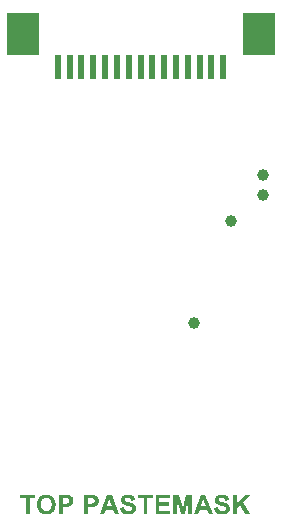
<source format=gtp>
G04*
G04 #@! TF.GenerationSoftware,Altium Limited,Altium Designer,22.5.1 (42)*
G04*
G04 Layer_Color=8421504*
%FSLAX25Y25*%
%MOIN*%
G70*
G04*
G04 #@! TF.SameCoordinates,343D76CA-8D90-4984-A01A-401E7FF7C9D5*
G04*
G04*
G04 #@! TF.FilePolarity,Positive*
G04*
G01*
G75*
%ADD12R,0.02402X0.07874*%
%ADD13R,0.10551X0.14173*%
%ADD14C,0.03937*%
G36*
X85687Y-68746D02*
X85789Y-68755D01*
X85909Y-68764D01*
X86030Y-68783D01*
X86168Y-68801D01*
X86464Y-68866D01*
X86612Y-68912D01*
X86760Y-68959D01*
X86908Y-69023D01*
X87047Y-69097D01*
X87177Y-69181D01*
X87297Y-69273D01*
X87306Y-69282D01*
X87325Y-69301D01*
X87352Y-69329D01*
X87389Y-69366D01*
X87436Y-69421D01*
X87491Y-69486D01*
X87547Y-69560D01*
X87611Y-69643D01*
X87667Y-69745D01*
X87722Y-69847D01*
X87778Y-69967D01*
X87824Y-70096D01*
X87870Y-70226D01*
X87907Y-70374D01*
X87935Y-70522D01*
X87944Y-70688D01*
X86649Y-70735D01*
Y-70725D01*
Y-70716D01*
X86631Y-70651D01*
X86612Y-70568D01*
X86575Y-70466D01*
X86529Y-70346D01*
X86464Y-70235D01*
X86381Y-70124D01*
X86289Y-70032D01*
X86279Y-70022D01*
X86242Y-69995D01*
X86178Y-69958D01*
X86085Y-69921D01*
X85974Y-69884D01*
X85835Y-69847D01*
X85669Y-69819D01*
X85475Y-69810D01*
X85382D01*
X85280Y-69819D01*
X85160Y-69837D01*
X85021Y-69865D01*
X84873Y-69911D01*
X84735Y-69967D01*
X84605Y-70050D01*
X84596Y-70059D01*
X84577Y-70078D01*
X84540Y-70106D01*
X84503Y-70152D01*
X84466Y-70207D01*
X84429Y-70281D01*
X84411Y-70355D01*
X84402Y-70448D01*
Y-70457D01*
Y-70485D01*
X84411Y-70531D01*
X84429Y-70577D01*
X84448Y-70642D01*
X84476Y-70707D01*
X84522Y-70772D01*
X84587Y-70836D01*
X84596Y-70846D01*
X84642Y-70873D01*
X84670Y-70892D01*
X84716Y-70910D01*
X84762Y-70938D01*
X84827Y-70966D01*
X84901Y-70994D01*
X84984Y-71031D01*
X85086Y-71068D01*
X85188Y-71105D01*
X85317Y-71142D01*
X85456Y-71179D01*
X85604Y-71216D01*
X85771Y-71262D01*
X85780D01*
X85817Y-71271D01*
X85863Y-71280D01*
X85928Y-71299D01*
X86002Y-71317D01*
X86094Y-71345D01*
X86196Y-71373D01*
X86298Y-71401D01*
X86520Y-71475D01*
X86751Y-71549D01*
X86973Y-71632D01*
X87066Y-71678D01*
X87158Y-71724D01*
X87167D01*
X87177Y-71734D01*
X87232Y-71771D01*
X87315Y-71826D01*
X87417Y-71900D01*
X87528Y-71993D01*
X87648Y-72104D01*
X87769Y-72233D01*
X87870Y-72381D01*
X87880Y-72400D01*
X87907Y-72455D01*
X87954Y-72538D01*
X88000Y-72659D01*
X88046Y-72807D01*
X88092Y-72982D01*
X88120Y-73177D01*
X88129Y-73399D01*
Y-73408D01*
Y-73426D01*
Y-73454D01*
Y-73491D01*
X88120Y-73537D01*
X88111Y-73602D01*
X88092Y-73732D01*
X88055Y-73898D01*
X88000Y-74074D01*
X87917Y-74250D01*
X87815Y-74435D01*
Y-74444D01*
X87796Y-74453D01*
X87759Y-74509D01*
X87685Y-74601D01*
X87593Y-74703D01*
X87473Y-74823D01*
X87315Y-74934D01*
X87149Y-75045D01*
X86945Y-75147D01*
X86936D01*
X86918Y-75156D01*
X86890Y-75165D01*
X86844Y-75184D01*
X86788Y-75202D01*
X86723Y-75221D01*
X86649Y-75239D01*
X86566Y-75258D01*
X86464Y-75286D01*
X86363Y-75304D01*
X86122Y-75341D01*
X85854Y-75369D01*
X85558Y-75378D01*
X85438D01*
X85354Y-75369D01*
X85253Y-75360D01*
X85142Y-75350D01*
X85012Y-75332D01*
X84873Y-75304D01*
X84568Y-75239D01*
X84411Y-75193D01*
X84263Y-75147D01*
X84106Y-75082D01*
X83958Y-75008D01*
X83819Y-74925D01*
X83689Y-74823D01*
X83680Y-74814D01*
X83662Y-74795D01*
X83625Y-74768D01*
X83588Y-74721D01*
X83532Y-74657D01*
X83477Y-74583D01*
X83412Y-74499D01*
X83347Y-74407D01*
X83282Y-74296D01*
X83218Y-74176D01*
X83153Y-74037D01*
X83088Y-73889D01*
X83042Y-73732D01*
X82986Y-73556D01*
X82949Y-73371D01*
X82922Y-73177D01*
X84180Y-73056D01*
Y-73066D01*
X84189Y-73084D01*
Y-73121D01*
X84198Y-73158D01*
X84235Y-73269D01*
X84281Y-73408D01*
X84337Y-73565D01*
X84420Y-73722D01*
X84513Y-73861D01*
X84633Y-73991D01*
X84651Y-74000D01*
X84698Y-74037D01*
X84772Y-74083D01*
X84883Y-74139D01*
X85021Y-74194D01*
X85179Y-74240D01*
X85364Y-74277D01*
X85576Y-74287D01*
X85678D01*
X85789Y-74268D01*
X85928Y-74250D01*
X86076Y-74222D01*
X86233Y-74176D01*
X86381Y-74111D01*
X86511Y-74028D01*
X86529Y-74018D01*
X86566Y-73981D01*
X86612Y-73926D01*
X86677Y-73852D01*
X86733Y-73759D01*
X86788Y-73648D01*
X86825Y-73537D01*
X86834Y-73408D01*
Y-73399D01*
Y-73371D01*
X86825Y-73325D01*
X86816Y-73269D01*
X86797Y-73214D01*
X86779Y-73149D01*
X86742Y-73084D01*
X86696Y-73019D01*
X86686Y-73010D01*
X86668Y-72992D01*
X86640Y-72964D01*
X86594Y-72927D01*
X86529Y-72881D01*
X86446Y-72834D01*
X86353Y-72788D01*
X86233Y-72742D01*
X86224D01*
X86187Y-72723D01*
X86122Y-72705D01*
X86076Y-72686D01*
X86020Y-72677D01*
X85956Y-72659D01*
X85882Y-72631D01*
X85798Y-72612D01*
X85706Y-72585D01*
X85595Y-72557D01*
X85475Y-72529D01*
X85345Y-72492D01*
X85197Y-72455D01*
X85188D01*
X85151Y-72446D01*
X85095Y-72427D01*
X85031Y-72409D01*
X84947Y-72381D01*
X84846Y-72353D01*
X84744Y-72316D01*
X84624Y-72279D01*
X84383Y-72187D01*
X84152Y-72076D01*
X84032Y-72020D01*
X83930Y-71956D01*
X83828Y-71891D01*
X83745Y-71826D01*
X83736Y-71817D01*
X83717Y-71798D01*
X83689Y-71771D01*
X83652Y-71734D01*
X83606Y-71678D01*
X83560Y-71613D01*
X83504Y-71549D01*
X83458Y-71465D01*
X83347Y-71271D01*
X83255Y-71049D01*
X83218Y-70929D01*
X83190Y-70809D01*
X83171Y-70670D01*
X83162Y-70531D01*
Y-70522D01*
Y-70513D01*
Y-70485D01*
Y-70448D01*
X83181Y-70355D01*
X83199Y-70235D01*
X83227Y-70096D01*
X83273Y-69939D01*
X83338Y-69773D01*
X83430Y-69615D01*
Y-69606D01*
X83440Y-69597D01*
X83486Y-69541D01*
X83541Y-69467D01*
X83634Y-69375D01*
X83745Y-69273D01*
X83884Y-69162D01*
X84041Y-69060D01*
X84226Y-68968D01*
X84235D01*
X84254Y-68959D01*
X84281Y-68949D01*
X84318Y-68931D01*
X84374Y-68912D01*
X84429Y-68894D01*
X84503Y-68875D01*
X84587Y-68848D01*
X84772Y-68811D01*
X84984Y-68774D01*
X85225Y-68746D01*
X85493Y-68737D01*
X85604D01*
X85687Y-68746D01*
D02*
G37*
G36*
X54376D02*
X54478Y-68755D01*
X54598Y-68764D01*
X54718Y-68783D01*
X54857Y-68801D01*
X55153Y-68866D01*
X55301Y-68912D01*
X55449Y-68959D01*
X55597Y-69023D01*
X55736Y-69097D01*
X55865Y-69181D01*
X55986Y-69273D01*
X55995Y-69282D01*
X56013Y-69301D01*
X56041Y-69329D01*
X56078Y-69366D01*
X56124Y-69421D01*
X56180Y-69486D01*
X56235Y-69560D01*
X56300Y-69643D01*
X56356Y-69745D01*
X56411Y-69847D01*
X56467Y-69967D01*
X56513Y-70096D01*
X56559Y-70226D01*
X56596Y-70374D01*
X56624Y-70522D01*
X56633Y-70688D01*
X55338Y-70735D01*
Y-70725D01*
Y-70716D01*
X55320Y-70651D01*
X55301Y-70568D01*
X55264Y-70466D01*
X55218Y-70346D01*
X55153Y-70235D01*
X55070Y-70124D01*
X54977Y-70032D01*
X54968Y-70022D01*
X54931Y-69995D01*
X54866Y-69958D01*
X54774Y-69921D01*
X54663Y-69884D01*
X54524Y-69847D01*
X54358Y-69819D01*
X54163Y-69810D01*
X54071D01*
X53969Y-69819D01*
X53849Y-69837D01*
X53710Y-69865D01*
X53562Y-69911D01*
X53423Y-69967D01*
X53294Y-70050D01*
X53285Y-70059D01*
X53266Y-70078D01*
X53229Y-70106D01*
X53192Y-70152D01*
X53155Y-70207D01*
X53118Y-70281D01*
X53100Y-70355D01*
X53090Y-70448D01*
Y-70457D01*
Y-70485D01*
X53100Y-70531D01*
X53118Y-70577D01*
X53137Y-70642D01*
X53164Y-70707D01*
X53211Y-70772D01*
X53275Y-70836D01*
X53285Y-70846D01*
X53331Y-70873D01*
X53359Y-70892D01*
X53405Y-70910D01*
X53451Y-70938D01*
X53516Y-70966D01*
X53590Y-70994D01*
X53673Y-71031D01*
X53775Y-71068D01*
X53877Y-71105D01*
X54006Y-71142D01*
X54145Y-71179D01*
X54293Y-71216D01*
X54459Y-71262D01*
X54469D01*
X54506Y-71271D01*
X54552Y-71280D01*
X54617Y-71299D01*
X54691Y-71317D01*
X54783Y-71345D01*
X54885Y-71373D01*
X54987Y-71401D01*
X55209Y-71475D01*
X55440Y-71549D01*
X55662Y-71632D01*
X55754Y-71678D01*
X55847Y-71724D01*
X55856D01*
X55865Y-71734D01*
X55921Y-71771D01*
X56004Y-71826D01*
X56106Y-71900D01*
X56217Y-71993D01*
X56337Y-72104D01*
X56457Y-72233D01*
X56559Y-72381D01*
X56568Y-72400D01*
X56596Y-72455D01*
X56642Y-72538D01*
X56689Y-72659D01*
X56735Y-72807D01*
X56781Y-72982D01*
X56809Y-73177D01*
X56818Y-73399D01*
Y-73408D01*
Y-73426D01*
Y-73454D01*
Y-73491D01*
X56809Y-73537D01*
X56800Y-73602D01*
X56781Y-73732D01*
X56744Y-73898D01*
X56689Y-74074D01*
X56605Y-74250D01*
X56504Y-74435D01*
Y-74444D01*
X56485Y-74453D01*
X56448Y-74509D01*
X56374Y-74601D01*
X56282Y-74703D01*
X56161Y-74823D01*
X56004Y-74934D01*
X55838Y-75045D01*
X55634Y-75147D01*
X55625D01*
X55606Y-75156D01*
X55579Y-75165D01*
X55532Y-75184D01*
X55477Y-75202D01*
X55412Y-75221D01*
X55338Y-75239D01*
X55255Y-75258D01*
X55153Y-75286D01*
X55051Y-75304D01*
X54811Y-75341D01*
X54543Y-75369D01*
X54247Y-75378D01*
X54126D01*
X54043Y-75369D01*
X53941Y-75360D01*
X53830Y-75350D01*
X53701Y-75332D01*
X53562Y-75304D01*
X53257Y-75239D01*
X53100Y-75193D01*
X52952Y-75147D01*
X52794Y-75082D01*
X52646Y-75008D01*
X52508Y-74925D01*
X52378Y-74823D01*
X52369Y-74814D01*
X52350Y-74795D01*
X52313Y-74768D01*
X52276Y-74721D01*
X52221Y-74657D01*
X52165Y-74583D01*
X52101Y-74499D01*
X52036Y-74407D01*
X51971Y-74296D01*
X51906Y-74176D01*
X51842Y-74037D01*
X51777Y-73889D01*
X51731Y-73732D01*
X51675Y-73556D01*
X51638Y-73371D01*
X51610Y-73177D01*
X52868Y-73056D01*
Y-73066D01*
X52878Y-73084D01*
Y-73121D01*
X52887Y-73158D01*
X52924Y-73269D01*
X52970Y-73408D01*
X53026Y-73565D01*
X53109Y-73722D01*
X53201Y-73861D01*
X53322Y-73991D01*
X53340Y-74000D01*
X53386Y-74037D01*
X53460Y-74083D01*
X53571Y-74139D01*
X53710Y-74194D01*
X53867Y-74240D01*
X54052Y-74277D01*
X54265Y-74287D01*
X54367D01*
X54478Y-74268D01*
X54617Y-74250D01*
X54765Y-74222D01*
X54922Y-74176D01*
X55070Y-74111D01*
X55199Y-74028D01*
X55218Y-74018D01*
X55255Y-73981D01*
X55301Y-73926D01*
X55366Y-73852D01*
X55421Y-73759D01*
X55477Y-73648D01*
X55514Y-73537D01*
X55523Y-73408D01*
Y-73399D01*
Y-73371D01*
X55514Y-73325D01*
X55505Y-73269D01*
X55486Y-73214D01*
X55468Y-73149D01*
X55431Y-73084D01*
X55384Y-73019D01*
X55375Y-73010D01*
X55357Y-72992D01*
X55329Y-72964D01*
X55283Y-72927D01*
X55218Y-72881D01*
X55135Y-72834D01*
X55042Y-72788D01*
X54922Y-72742D01*
X54913D01*
X54876Y-72723D01*
X54811Y-72705D01*
X54765Y-72686D01*
X54709Y-72677D01*
X54644Y-72659D01*
X54570Y-72631D01*
X54487Y-72612D01*
X54395Y-72585D01*
X54284Y-72557D01*
X54163Y-72529D01*
X54034Y-72492D01*
X53886Y-72455D01*
X53877D01*
X53840Y-72446D01*
X53784Y-72427D01*
X53719Y-72409D01*
X53636Y-72381D01*
X53534Y-72353D01*
X53433Y-72316D01*
X53312Y-72279D01*
X53072Y-72187D01*
X52841Y-72076D01*
X52720Y-72020D01*
X52619Y-71956D01*
X52517Y-71891D01*
X52434Y-71826D01*
X52424Y-71817D01*
X52406Y-71798D01*
X52378Y-71771D01*
X52341Y-71734D01*
X52295Y-71678D01*
X52249Y-71613D01*
X52193Y-71549D01*
X52147Y-71465D01*
X52036Y-71271D01*
X51943Y-71049D01*
X51906Y-70929D01*
X51879Y-70809D01*
X51860Y-70670D01*
X51851Y-70531D01*
Y-70522D01*
Y-70513D01*
Y-70485D01*
Y-70448D01*
X51869Y-70355D01*
X51888Y-70235D01*
X51916Y-70096D01*
X51962Y-69939D01*
X52027Y-69773D01*
X52119Y-69615D01*
Y-69606D01*
X52128Y-69597D01*
X52175Y-69541D01*
X52230Y-69467D01*
X52323Y-69375D01*
X52434Y-69273D01*
X52572Y-69162D01*
X52730Y-69060D01*
X52915Y-68968D01*
X52924D01*
X52942Y-68959D01*
X52970Y-68949D01*
X53007Y-68931D01*
X53063Y-68912D01*
X53118Y-68894D01*
X53192Y-68875D01*
X53275Y-68848D01*
X53460Y-68811D01*
X53673Y-68774D01*
X53914Y-68746D01*
X54182Y-68737D01*
X54293D01*
X54376Y-68746D01*
D02*
G37*
G36*
X92468Y-71354D02*
X95011Y-75258D01*
X93337D01*
X91570Y-72252D01*
X90525Y-73325D01*
Y-75258D01*
X89230D01*
Y-68857D01*
X90525D01*
Y-71706D01*
X93152Y-68857D01*
X94891D01*
X92468Y-71354D01*
D02*
G37*
G36*
X75494Y-75258D02*
X74301D01*
X74291Y-70226D01*
X73033Y-75258D01*
X71785D01*
X70527Y-70226D01*
Y-75258D01*
X69333D01*
Y-68857D01*
X71267D01*
X72414Y-73232D01*
X73551Y-68857D01*
X75494D01*
Y-75258D01*
D02*
G37*
G36*
X82570D02*
X81173D01*
X80618Y-73806D01*
X78047D01*
X77520Y-75258D01*
X76151D01*
X78630Y-68857D01*
X79999D01*
X82570Y-75258D01*
D02*
G37*
G36*
X68131Y-69939D02*
X64681D01*
Y-71354D01*
X67890D01*
Y-72437D01*
X64681D01*
Y-74176D01*
X68251D01*
Y-75258D01*
X63386D01*
Y-68857D01*
X68131D01*
Y-69939D01*
D02*
G37*
G36*
X62544D02*
X60657D01*
Y-75258D01*
X59362D01*
Y-69939D01*
X57466D01*
Y-68857D01*
X62544D01*
Y-69939D01*
D02*
G37*
G36*
X51259Y-75258D02*
X49862D01*
X49307Y-73806D01*
X46736Y-73806D01*
X46208Y-75258D01*
X44839D01*
X47318Y-68857D01*
X48687D01*
X51259Y-75258D01*
D02*
G37*
G36*
X41990Y-68866D02*
X42231D01*
X42490Y-68885D01*
X42749Y-68903D01*
X42860Y-68913D01*
X42971Y-68922D01*
X43063Y-68940D01*
X43137Y-68959D01*
X43147D01*
X43165Y-68968D01*
X43193Y-68977D01*
X43230Y-68986D01*
X43332Y-69033D01*
X43461Y-69088D01*
X43600Y-69172D01*
X43757Y-69282D01*
X43905Y-69421D01*
X44053Y-69588D01*
Y-69597D01*
X44072Y-69606D01*
X44090Y-69634D01*
X44109Y-69671D01*
X44146Y-69726D01*
X44173Y-69782D01*
X44210Y-69847D01*
X44247Y-69921D01*
X44312Y-70106D01*
X44377Y-70309D01*
X44414Y-70559D01*
X44432Y-70827D01*
Y-70837D01*
Y-70855D01*
Y-70883D01*
Y-70929D01*
X44423Y-70975D01*
Y-71040D01*
X44405Y-71169D01*
X44377Y-71327D01*
X44340Y-71502D01*
X44284Y-71669D01*
X44210Y-71826D01*
X44201Y-71845D01*
X44173Y-71891D01*
X44127Y-71965D01*
X44062Y-72057D01*
X43988Y-72150D01*
X43887Y-72261D01*
X43785Y-72363D01*
X43665Y-72455D01*
X43646Y-72464D01*
X43609Y-72492D01*
X43544Y-72529D01*
X43461Y-72575D01*
X43359Y-72631D01*
X43248Y-72677D01*
X43128Y-72724D01*
X42999Y-72760D01*
X42980D01*
X42952Y-72770D01*
X42915D01*
X42869Y-72779D01*
X42804Y-72788D01*
X42740Y-72798D01*
X42656D01*
X42573Y-72807D01*
X42471Y-72816D01*
X42360Y-72825D01*
X42240Y-72834D01*
X42111D01*
X41972Y-72844D01*
X40825D01*
Y-75258D01*
X39530D01*
Y-68857D01*
X41889D01*
X41990Y-68866D01*
D02*
G37*
G36*
X33536D02*
X33776D01*
X34035Y-68885D01*
X34294Y-68903D01*
X34405Y-68913D01*
X34516Y-68922D01*
X34609Y-68940D01*
X34683Y-68959D01*
X34692D01*
X34711Y-68968D01*
X34738Y-68977D01*
X34775Y-68986D01*
X34877Y-69033D01*
X35007Y-69088D01*
X35145Y-69172D01*
X35303Y-69282D01*
X35451Y-69421D01*
X35599Y-69588D01*
Y-69597D01*
X35617Y-69606D01*
X35636Y-69634D01*
X35654Y-69671D01*
X35691Y-69726D01*
X35719Y-69782D01*
X35756Y-69847D01*
X35793Y-69921D01*
X35858Y-70106D01*
X35922Y-70309D01*
X35959Y-70559D01*
X35978Y-70827D01*
Y-70837D01*
Y-70855D01*
Y-70883D01*
Y-70929D01*
X35969Y-70975D01*
Y-71040D01*
X35950Y-71169D01*
X35922Y-71327D01*
X35885Y-71502D01*
X35830Y-71669D01*
X35756Y-71826D01*
X35747Y-71845D01*
X35719Y-71891D01*
X35673Y-71965D01*
X35608Y-72057D01*
X35534Y-72150D01*
X35432Y-72261D01*
X35330Y-72363D01*
X35210Y-72455D01*
X35192Y-72464D01*
X35155Y-72492D01*
X35090Y-72529D01*
X35007Y-72575D01*
X34905Y-72631D01*
X34794Y-72677D01*
X34674Y-72724D01*
X34544Y-72760D01*
X34526D01*
X34498Y-72770D01*
X34461D01*
X34415Y-72779D01*
X34350Y-72788D01*
X34285Y-72798D01*
X34202D01*
X34119Y-72807D01*
X34017Y-72816D01*
X33906Y-72825D01*
X33786Y-72834D01*
X33656D01*
X33517Y-72844D01*
X32370D01*
Y-75258D01*
X31075D01*
Y-68857D01*
X33434D01*
X33536Y-68866D01*
D02*
G37*
G36*
X23278Y-69939D02*
X21391D01*
Y-75258D01*
X20096D01*
Y-69939D01*
X18199D01*
Y-68857D01*
X23278D01*
Y-69939D01*
D02*
G37*
G36*
X27079Y-68746D02*
X27172D01*
X27292Y-68764D01*
X27431Y-68783D01*
X27588Y-68811D01*
X27755Y-68848D01*
X27930Y-68894D01*
X28115Y-68950D01*
X28300Y-69024D01*
X28495Y-69107D01*
X28680Y-69209D01*
X28865Y-69329D01*
X29040Y-69467D01*
X29207Y-69625D01*
X29216Y-69634D01*
X29244Y-69662D01*
X29290Y-69717D01*
X29336Y-69782D01*
X29401Y-69875D01*
X29475Y-69986D01*
X29549Y-70115D01*
X29632Y-70263D01*
X29716Y-70420D01*
X29790Y-70605D01*
X29864Y-70809D01*
X29928Y-71021D01*
X29984Y-71262D01*
X30021Y-71512D01*
X30049Y-71780D01*
X30058Y-72067D01*
Y-72085D01*
Y-72131D01*
X30049Y-72215D01*
Y-72326D01*
X30030Y-72455D01*
X30012Y-72603D01*
X29984Y-72779D01*
X29956Y-72955D01*
X29910Y-73149D01*
X29854Y-73352D01*
X29780Y-73556D01*
X29697Y-73760D01*
X29605Y-73954D01*
X29484Y-74148D01*
X29355Y-74333D01*
X29207Y-74509D01*
X29198Y-74518D01*
X29170Y-74546D01*
X29124Y-74592D01*
X29050Y-74647D01*
X28966Y-74712D01*
X28865Y-74786D01*
X28744Y-74860D01*
X28615Y-74943D01*
X28458Y-75027D01*
X28291Y-75101D01*
X28106Y-75175D01*
X27903Y-75239D01*
X27690Y-75295D01*
X27459Y-75341D01*
X27218Y-75369D01*
X26959Y-75378D01*
X26894D01*
X26820Y-75369D01*
X26728Y-75360D01*
X26608Y-75350D01*
X26469Y-75332D01*
X26312Y-75304D01*
X26145Y-75267D01*
X25960Y-75221D01*
X25784Y-75165D01*
X25590Y-75091D01*
X25405Y-75008D01*
X25211Y-74916D01*
X25035Y-74796D01*
X24859Y-74666D01*
X24693Y-74509D01*
X24684Y-74499D01*
X24656Y-74472D01*
X24619Y-74416D01*
X24563Y-74351D01*
X24499Y-74259D01*
X24425Y-74148D01*
X24351Y-74028D01*
X24277Y-73880D01*
X24193Y-73722D01*
X24119Y-73537D01*
X24045Y-73343D01*
X23981Y-73130D01*
X23925Y-72899D01*
X23888Y-72650D01*
X23860Y-72381D01*
X23851Y-72104D01*
Y-72094D01*
Y-72057D01*
Y-72011D01*
X23860Y-71937D01*
Y-71854D01*
X23870Y-71762D01*
X23879Y-71650D01*
X23888Y-71530D01*
X23925Y-71271D01*
X23971Y-70994D01*
X24045Y-70716D01*
X24138Y-70457D01*
Y-70448D01*
X24147Y-70439D01*
X24166Y-70411D01*
X24175Y-70374D01*
X24230Y-70281D01*
X24295Y-70161D01*
X24378Y-70022D01*
X24480Y-69884D01*
X24600Y-69726D01*
X24730Y-69578D01*
X24739Y-69569D01*
X24748Y-69560D01*
X24795Y-69514D01*
X24878Y-69440D01*
X24980Y-69356D01*
X25100Y-69264D01*
X25239Y-69162D01*
X25396Y-69070D01*
X25562Y-68996D01*
X25572D01*
X25590Y-68986D01*
X25627Y-68968D01*
X25673Y-68959D01*
X25729Y-68931D01*
X25794Y-68913D01*
X25877Y-68894D01*
X25960Y-68866D01*
X26164Y-68820D01*
X26395Y-68774D01*
X26663Y-68746D01*
X26941Y-68737D01*
X27005D01*
X27079Y-68746D01*
D02*
G37*
%LPC*%
G36*
X79305Y-70346D02*
X78435Y-72723D01*
X80202D01*
X79305Y-70346D01*
D02*
G37*
G36*
X47994D02*
X47124Y-72723D01*
X48891D01*
X47994Y-70346D01*
D02*
G37*
G36*
X41787Y-69939D02*
X40825D01*
Y-71762D01*
X41713D01*
X41778Y-71752D01*
X41944D01*
X42111Y-71743D01*
X42277Y-71724D01*
X42425Y-71697D01*
X42490Y-71688D01*
X42545Y-71669D01*
X42555Y-71660D01*
X42592Y-71650D01*
X42638Y-71623D01*
X42693Y-71595D01*
X42758Y-71549D01*
X42823Y-71493D01*
X42897Y-71428D01*
X42952Y-71354D01*
X42962Y-71345D01*
X42980Y-71317D01*
X42999Y-71271D01*
X43026Y-71206D01*
X43054Y-71132D01*
X43082Y-71049D01*
X43091Y-70957D01*
X43100Y-70855D01*
Y-70837D01*
Y-70799D01*
X43091Y-70735D01*
X43073Y-70651D01*
X43045Y-70559D01*
X43008Y-70457D01*
X42962Y-70365D01*
X42888Y-70272D01*
X42878Y-70263D01*
X42851Y-70235D01*
X42804Y-70198D01*
X42749Y-70152D01*
X42675Y-70096D01*
X42582Y-70050D01*
X42481Y-70013D01*
X42370Y-69986D01*
X42360D01*
X42323Y-69976D01*
X42259Y-69967D01*
X42166Y-69958D01*
X42046D01*
X41963Y-69949D01*
X41879D01*
X41787Y-69939D01*
D02*
G37*
G36*
X33332D02*
X32370D01*
Y-71762D01*
X33258D01*
X33323Y-71752D01*
X33490D01*
X33656Y-71743D01*
X33823Y-71724D01*
X33971Y-71697D01*
X34035Y-71688D01*
X34091Y-71669D01*
X34100Y-71660D01*
X34137Y-71650D01*
X34183Y-71623D01*
X34239Y-71595D01*
X34304Y-71549D01*
X34368Y-71493D01*
X34442Y-71428D01*
X34498Y-71354D01*
X34507Y-71345D01*
X34526Y-71317D01*
X34544Y-71271D01*
X34572Y-71206D01*
X34600Y-71132D01*
X34627Y-71049D01*
X34637Y-70957D01*
X34646Y-70855D01*
Y-70837D01*
Y-70799D01*
X34637Y-70735D01*
X34618Y-70651D01*
X34590Y-70559D01*
X34553Y-70457D01*
X34507Y-70365D01*
X34433Y-70272D01*
X34424Y-70263D01*
X34396Y-70235D01*
X34350Y-70198D01*
X34294Y-70152D01*
X34220Y-70096D01*
X34128Y-70050D01*
X34026Y-70013D01*
X33915Y-69986D01*
X33906D01*
X33869Y-69976D01*
X33804Y-69967D01*
X33712Y-69958D01*
X33591D01*
X33508Y-69949D01*
X33425D01*
X33332Y-69939D01*
D02*
G37*
G36*
X26959Y-69837D02*
X26885D01*
X26830Y-69847D01*
X26756Y-69856D01*
X26682Y-69865D01*
X26497Y-69902D01*
X26293Y-69976D01*
X26182Y-70013D01*
X26071Y-70069D01*
X25969Y-70134D01*
X25858Y-70207D01*
X25757Y-70291D01*
X25664Y-70392D01*
X25655Y-70402D01*
X25646Y-70420D01*
X25618Y-70448D01*
X25590Y-70494D01*
X25553Y-70559D01*
X25516Y-70624D01*
X25470Y-70707D01*
X25424Y-70809D01*
X25377Y-70920D01*
X25331Y-71040D01*
X25294Y-71179D01*
X25257Y-71327D01*
X25229Y-71493D01*
X25202Y-71669D01*
X25192Y-71854D01*
X25183Y-72057D01*
Y-72067D01*
Y-72104D01*
Y-72159D01*
X25192Y-72233D01*
X25202Y-72326D01*
X25211Y-72437D01*
X25229Y-72548D01*
X25248Y-72677D01*
X25303Y-72945D01*
X25396Y-73214D01*
X25451Y-73352D01*
X25516Y-73482D01*
X25599Y-73602D01*
X25683Y-73713D01*
X25692Y-73722D01*
X25710Y-73741D01*
X25738Y-73769D01*
X25775Y-73796D01*
X25821Y-73843D01*
X25886Y-73889D01*
X25951Y-73944D01*
X26034Y-73991D01*
X26210Y-74102D01*
X26432Y-74185D01*
X26552Y-74222D01*
X26682Y-74250D01*
X26820Y-74268D01*
X26959Y-74277D01*
X27033D01*
X27089Y-74268D01*
X27153Y-74259D01*
X27227Y-74250D01*
X27403Y-74203D01*
X27607Y-74139D01*
X27708Y-74092D01*
X27819Y-74046D01*
X27921Y-73981D01*
X28032Y-73907D01*
X28134Y-73824D01*
X28226Y-73722D01*
X28236Y-73713D01*
X28245Y-73695D01*
X28273Y-73667D01*
X28300Y-73621D01*
X28347Y-73556D01*
X28384Y-73482D01*
X28430Y-73399D01*
X28476Y-73297D01*
X28522Y-73186D01*
X28569Y-73066D01*
X28615Y-72927D01*
X28652Y-72770D01*
X28680Y-72613D01*
X28707Y-72437D01*
X28717Y-72242D01*
X28726Y-72039D01*
Y-72030D01*
Y-71993D01*
Y-71937D01*
X28717Y-71854D01*
X28707Y-71762D01*
X28698Y-71660D01*
X28689Y-71539D01*
X28661Y-71419D01*
X28606Y-71151D01*
X28522Y-70873D01*
X28467Y-70735D01*
X28402Y-70614D01*
X28319Y-70494D01*
X28236Y-70383D01*
X28226Y-70374D01*
X28217Y-70355D01*
X28189Y-70337D01*
X28152Y-70300D01*
X28097Y-70254D01*
X28041Y-70207D01*
X27977Y-70161D01*
X27893Y-70106D01*
X27810Y-70060D01*
X27708Y-70013D01*
X27496Y-69921D01*
X27375Y-69884D01*
X27246Y-69865D01*
X27107Y-69847D01*
X26959Y-69837D01*
D02*
G37*
%LPD*%
D12*
X30796Y73802D02*
D03*
X34733D02*
D03*
X38671D02*
D03*
X42608D02*
D03*
X46545D02*
D03*
X50481D02*
D03*
X54418D02*
D03*
X58355D02*
D03*
X62292D02*
D03*
X85915D02*
D03*
X81977D02*
D03*
X78040D02*
D03*
X66229D02*
D03*
X74103D02*
D03*
X70166D02*
D03*
D13*
X97686Y84826D02*
D03*
X19025D02*
D03*
D14*
X76277Y-11631D02*
D03*
X99177Y31168D02*
D03*
X88677Y22468D02*
D03*
X99177Y37668D02*
D03*
M02*

</source>
